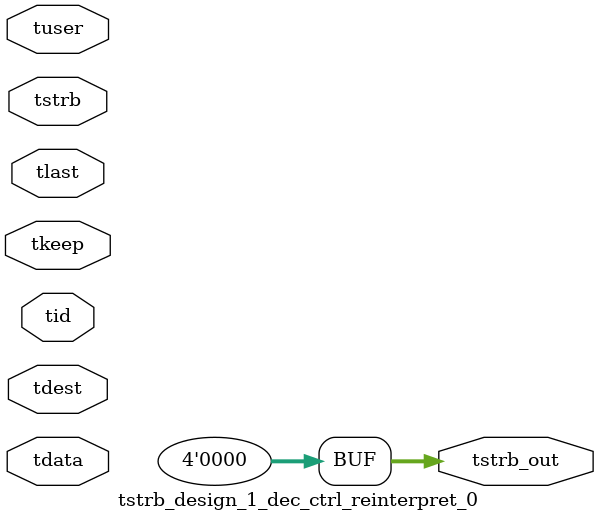
<source format=v>


`timescale 1ps/1ps

module tstrb_design_1_dec_ctrl_reinterpret_0 #
(
parameter C_S_AXIS_TDATA_WIDTH = 32,
parameter C_S_AXIS_TUSER_WIDTH = 0,
parameter C_S_AXIS_TID_WIDTH   = 0,
parameter C_S_AXIS_TDEST_WIDTH = 0,
parameter C_M_AXIS_TDATA_WIDTH = 32
)
(
input  [(C_S_AXIS_TDATA_WIDTH == 0 ? 1 : C_S_AXIS_TDATA_WIDTH)-1:0     ] tdata,
input  [(C_S_AXIS_TUSER_WIDTH == 0 ? 1 : C_S_AXIS_TUSER_WIDTH)-1:0     ] tuser,
input  [(C_S_AXIS_TID_WIDTH   == 0 ? 1 : C_S_AXIS_TID_WIDTH)-1:0       ] tid,
input  [(C_S_AXIS_TDEST_WIDTH == 0 ? 1 : C_S_AXIS_TDEST_WIDTH)-1:0     ] tdest,
input  [(C_S_AXIS_TDATA_WIDTH/8)-1:0 ] tkeep,
input  [(C_S_AXIS_TDATA_WIDTH/8)-1:0 ] tstrb,
input                                                                    tlast,
output [(C_M_AXIS_TDATA_WIDTH/8)-1:0 ] tstrb_out
);

assign tstrb_out = {1'b0};

endmodule


</source>
